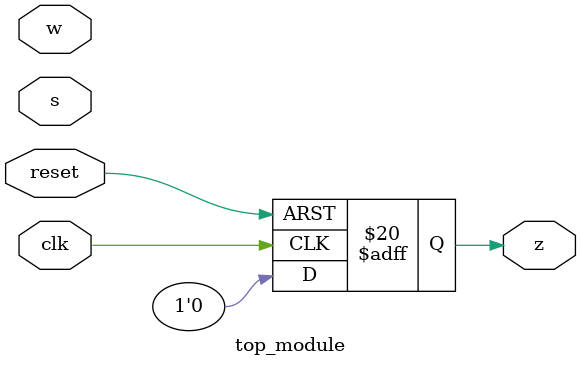
<source format=sv>
module top_module (
    input clk,
    input reset,
    input s,
    input w,
    output reg z
);

reg state, next_state;

parameter A = 0;
parameter B = 1;
parameter C = 2;
parameter S10 = 3;
parameter S11 = 4;
parameter S20 = 5;
parameter S21 = 6;
parameter S22 = 7;

always @(posedge clk or posedge reset) begin
    if (reset) begin
        state <= A;
    end else begin
        state <= next_state;
    end
end

always @(state, s, w) begin
    case(state)
        A: begin
            if (s) begin
                next_state = B;
            end else begin
                next_state = A;
            end
        end
        B: begin
            if (w) begin
                next_state = S11;
            end else begin
                next_state = S10;
            end
        end
        C: begin
            if (w) begin
                next_state = S11;
            end else begin
                next_state = S10;
            end
        end
        S10: begin
            if (w) begin
                next_state = S21;
            end else begin
                next_state = S20;
            end
        end
        S11: begin
            if (w) begin
                next_state = S22;
            end else begin
                next_state = S21;
            end
        end
        S20: begin
            next_state = B;
        end
        S21: begin
            if (w) begin
                next_state = C;
            end else begin
                next_state = B;
            end
        end
        S22: begin
            if (w) begin
                next_state = B;
            end else begin
                next_state = C;
            end
        end
    endcase
end

always @(posedge clk or posedge reset) begin
    if (reset) begin
        z <= 0;
    end else begin
        case (state)
            A, B, C: begin
                z <= 0;
            end
            default: begin
                z <= 1;
            end
        endcase
    end
end

endmodule

</source>
